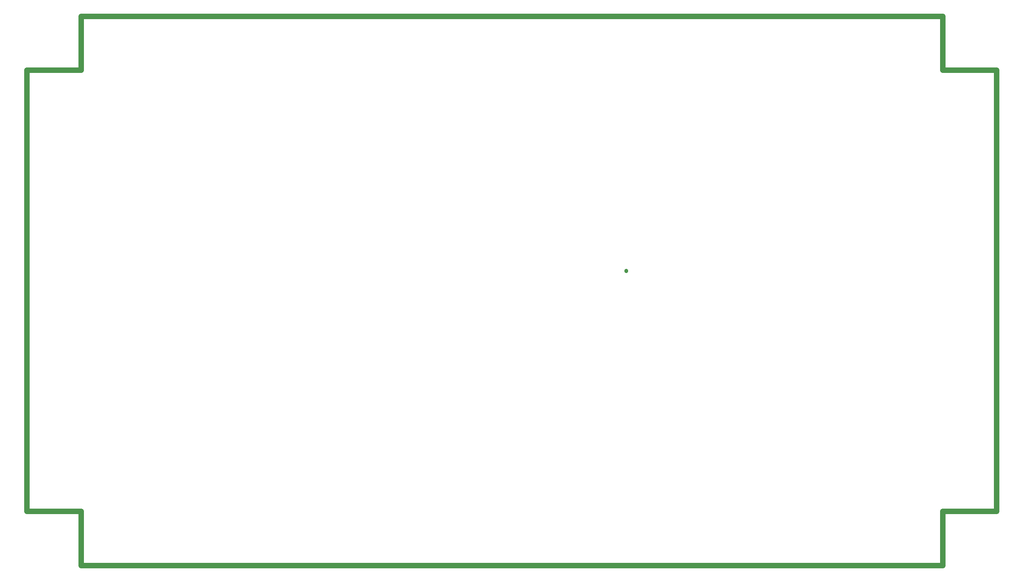
<source format=gbr>
G04 start of page 4 for group 2 idx 2 *
G04 Title: controlboard_2.3, outline *
G04 Creator: pcb.exe 20130205 *
G04 CreationDate: 26.2.2018 13.50.51 UTC *
G04 Format: Gerber/RS-274X *
G04 PCB-Dimensions (mm): 183.00 105.00 *
G04 PCB-Coordinate-Origin: lower left *
%MOMM*%
%FSLAX43Y43*%
%LNOUTLINE*%
%ADD1048C,0.635*%
%ADD1047C,1.016*%
G54D1047*X170506Y104494D02*Y94494D01*
X180506D01*
Y12494D02*X170506D01*
Y2494D01*
X180506Y94494D02*Y12494D01*
X506D02*Y94494D01*
X10506D01*
Y104494D01*
Y12494D02*X506D01*
X170506Y2494D02*X10506D01*
Y12494D01*
Y104494D02*X170506D01*
G54D1048*X111760Y57248D02*Y57121D01*
M02*

</source>
